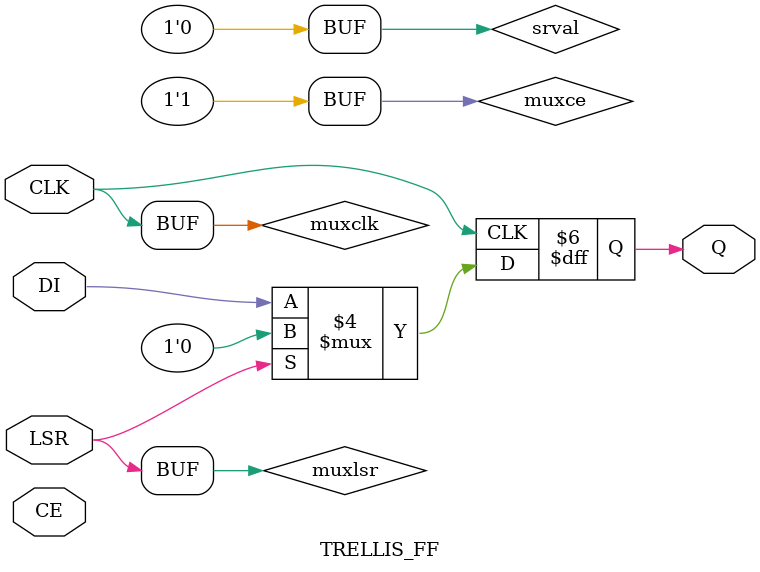
<source format=v>
`default_nettype none
module TRELLIS_FF(input CLK, LSR, CE, DI, output reg Q);
	parameter GSR = "ENABLED";
	parameter [127:0] CEMUX = "1";
	parameter CLKMUX = "CLK";
	parameter LSRMUX = "LSR";
	parameter SRMODE = "LSR_OVER_CE";
	parameter REGSET = "RESET";

	wire muxce = (CEMUX == "1") ? 1'b1 :
	             (CEMUX == "0") ? 1'b0 :
							 (CEMUX == "INV") ? ~CE :
							 CE;

	wire muxlsr = (LSRMUX == "INV") ? ~LSR : LSR;
	wire muxclk = (CLKMUX == "INV") ? ~CLK : CLK;

	wire srval = (REGSET == "SET") ? 1'b1 : 1'b0;

	initial Q = 1'b0;

	generate
		if (SRMODE == "ASYNC") begin
			always @(posedge muxclk, posedge muxlsr)
				if (muxlsr)
					Q <= srval;
				else
					Q <= DI;
		end else begin
			always @(posedge muxclk)
				if (muxlsr)
					Q <= srval;
				else
					Q <= DI;
		end
	endgenerate
endmodule

</source>
